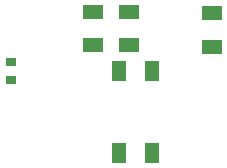
<source format=gbp>
G04 Layer_Color=128*
%FSLAX44Y44*%
%MOMM*%
G71*
G01*
G75*
%ADD10R,1.8000X1.3000*%
%ADD23R,0.9000X0.7000*%
%ADD24R,1.3000X1.8000*%
D10*
X1640000Y1060000D02*
D03*
Y1031500D02*
D03*
X1610000Y1060000D02*
D03*
Y1031500D02*
D03*
X1710000Y1030000D02*
D03*
Y1058500D02*
D03*
D23*
X1540000Y1002500D02*
D03*
Y1017500D02*
D03*
D24*
X1660000Y1010000D02*
D03*
X1631500D02*
D03*
X1660000Y940000D02*
D03*
X1631500D02*
D03*
M02*

</source>
